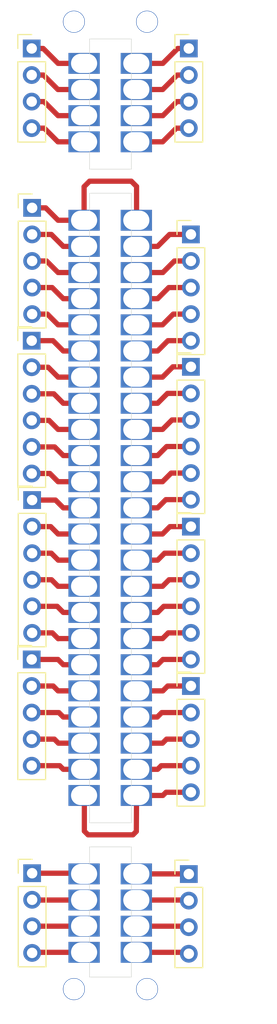
<source format=kicad_pcb>
(kicad_pcb (version 20171130) (host pcbnew 5.1.9)

  (general
    (thickness 1.6)
    (drawings 21)
    (tracks 179)
    (zones 0)
    (modules 13)
    (nets 61)
  )

  (page A4)
  (layers
    (0 F.Cu signal)
    (31 B.Cu signal)
    (32 B.Adhes user hide)
    (33 F.Adhes user hide)
    (34 B.Paste user hide)
    (35 F.Paste user hide)
    (36 B.SilkS user hide)
    (37 F.SilkS user hide)
    (38 B.Mask user hide)
    (39 F.Mask user hide)
    (40 Dwgs.User user hide)
    (41 Cmts.User user)
    (42 Eco1.User user hide)
    (43 Eco2.User user hide)
    (44 Edge.Cuts user)
    (45 Margin user)
    (46 B.CrtYd user hide)
    (47 F.CrtYd user hide)
    (48 B.Fab user hide)
    (49 F.Fab user hide)
  )

  (setup
    (last_trace_width 0.25)
    (trace_clearance 0.2)
    (zone_clearance 0.508)
    (zone_45_only no)
    (trace_min 0.2)
    (via_size 0.8)
    (via_drill 0.4)
    (via_min_size 0.4)
    (via_min_drill 0.3)
    (uvia_size 0.3)
    (uvia_drill 0.1)
    (uvias_allowed no)
    (uvia_min_size 0.2)
    (uvia_min_drill 0.1)
    (edge_width 0.05)
    (segment_width 0.2)
    (pcb_text_width 0.3)
    (pcb_text_size 1.5 1.5)
    (mod_edge_width 0.12)
    (mod_text_size 1 1)
    (mod_text_width 0.15)
    (pad_size 3 2)
    (pad_drill 2.5)
    (pad_to_mask_clearance 0)
    (aux_axis_origin 0 0)
    (grid_origin 135.5 136)
    (visible_elements FFFFFF7F)
    (pcbplotparams
      (layerselection 0x03030_ffffffff)
      (usegerberextensions false)
      (usegerberattributes true)
      (usegerberadvancedattributes true)
      (creategerberjobfile true)
      (excludeedgelayer true)
      (linewidth 0.100000)
      (plotframeref false)
      (viasonmask false)
      (mode 1)
      (useauxorigin false)
      (hpglpennumber 1)
      (hpglpenspeed 20)
      (hpglpendiameter 15.000000)
      (psnegative false)
      (psa4output false)
      (plotreference true)
      (plotvalue true)
      (plotinvisibletext false)
      (padsonsilk false)
      (subtractmaskfromsilk false)
      (outputformat 1)
      (mirror false)
      (drillshape 0)
      (scaleselection 1)
      (outputdirectory "gerbers"))
  )

  (net 0 "")
  (net 1 /#PARD)
  (net 2 /PA6)
  (net 3 /EXPAND)
  (net 4 /MCK)
  (net 5 /CA8)
  (net 6 /CA9)
  (net 7 /CA10)
  (net 8 /CA11)
  (net 9 /GND)
  (net 10 /CA2)
  (net 11 /CA3)
  (net 12 /CA4)
  (net 13 /CA5)
  (net 14 /CA6)
  (net 15 /CA7)
  (net 16 /D2)
  (net 17 /D1)
  (net 18 /D0)
  (net 19 /#IRQ)
  (net 20 /CA0)
  (net 21 /CA1)
  (net 22 /#RESET)
  (net 23 /CIC2)
  (net 24 /CIC0)
  (net 25 /#CPURD)
  (net 26 /D3)
  (net 27 /SOUND_L)
  (net 28 /PA4)
  (net 29 /PA2)
  (net 30 /PA0)
  (net 31 /CA12)
  (net 32 /CA13)
  (net 33 /CA14)
  (net 34 /CA15)
  (net 35 /CA16)
  (net 36 /CA17)
  (net 37 /CA18)
  (net 38 /CA19)
  (net 39 /CA20)
  (net 40 /CA21)
  (net 41 /CIC1)
  (net 42 /CIC3)
  (net 43 /SYSCK)
  (net 44 /+5V)
  (net 45 /D5)
  (net 46 /D6)
  (net 47 /D7)
  (net 48 /#CPUWR)
  (net 49 /CA22)
  (net 50 /CA23)
  (net 51 /#ROMSEL)
  (net 52 /D4)
  (net 53 /REFRESH)
  (net 54 /#RAMSEL)
  (net 55 /#PAWR)
  (net 56 /PA3)
  (net 57 /PA5)
  (net 58 /PA1)
  (net 59 /SOUND_R)
  (net 60 /PA7)

  (net_class Default "This is the default net class."
    (clearance 0.2)
    (trace_width 0.25)
    (via_dia 0.8)
    (via_drill 0.4)
    (uvia_dia 0.3)
    (uvia_drill 0.1)
    (add_net /#CPURD)
    (add_net /#CPUWR)
    (add_net /#IRQ)
    (add_net /#PARD)
    (add_net /#PAWR)
    (add_net /#RAMSEL)
    (add_net /#RESET)
    (add_net /#ROMSEL)
    (add_net /+5V)
    (add_net /CA0)
    (add_net /CA1)
    (add_net /CA10)
    (add_net /CA11)
    (add_net /CA12)
    (add_net /CA13)
    (add_net /CA14)
    (add_net /CA15)
    (add_net /CA16)
    (add_net /CA17)
    (add_net /CA18)
    (add_net /CA19)
    (add_net /CA2)
    (add_net /CA20)
    (add_net /CA21)
    (add_net /CA22)
    (add_net /CA23)
    (add_net /CA3)
    (add_net /CA4)
    (add_net /CA5)
    (add_net /CA6)
    (add_net /CA7)
    (add_net /CA8)
    (add_net /CA9)
    (add_net /CIC0)
    (add_net /CIC1)
    (add_net /CIC2)
    (add_net /CIC3)
    (add_net /D0)
    (add_net /D1)
    (add_net /D2)
    (add_net /D3)
    (add_net /D4)
    (add_net /D5)
    (add_net /D6)
    (add_net /D7)
    (add_net /EXPAND)
    (add_net /GND)
    (add_net /MCK)
    (add_net /PA0)
    (add_net /PA1)
    (add_net /PA2)
    (add_net /PA3)
    (add_net /PA4)
    (add_net /PA5)
    (add_net /PA6)
    (add_net /PA7)
    (add_net /REFRESH)
    (add_net /SOUND_L)
    (add_net /SOUND_R)
    (add_net /SYSCK)
  )

  (module Connector_PinHeader_2.54mm:PinHeader_1x04_P2.54mm_Vertical (layer F.Cu) (tedit 59FED5CC) (tstamp 5FF4B776)
    (at 148 44.56)
    (descr "Through hole straight pin header, 1x04, 2.54mm pitch, single row")
    (tags "Through hole pin header THT 1x04 2.54mm single row")
    (path /5FF39F36)
    (fp_text reference J8 (at 3 0.12) (layer F.SilkS) hide
      (effects (font (size 1 1) (thickness 0.15)))
    )
    (fp_text value Conn_01x04_Male (at 0 9.95) (layer F.Fab) hide
      (effects (font (size 1 1) (thickness 0.15)))
    )
    (fp_line (start -0.635 -1.27) (end 1.27 -1.27) (layer F.Fab) (width 0.1))
    (fp_line (start 1.27 -1.27) (end 1.27 8.89) (layer F.Fab) (width 0.1))
    (fp_line (start 1.27 8.89) (end -1.27 8.89) (layer F.Fab) (width 0.1))
    (fp_line (start -1.27 8.89) (end -1.27 -0.635) (layer F.Fab) (width 0.1))
    (fp_line (start -1.27 -0.635) (end -0.635 -1.27) (layer F.Fab) (width 0.1))
    (fp_line (start -1.33 8.95) (end 1.33 8.95) (layer F.SilkS) (width 0.12))
    (fp_line (start -1.33 1.27) (end -1.33 8.95) (layer F.SilkS) (width 0.12))
    (fp_line (start 1.33 1.27) (end 1.33 8.95) (layer F.SilkS) (width 0.12))
    (fp_line (start -1.33 1.27) (end 1.33 1.27) (layer F.SilkS) (width 0.12))
    (fp_line (start -1.33 0) (end -1.33 -1.33) (layer F.SilkS) (width 0.12))
    (fp_line (start -1.33 -1.33) (end 0 -1.33) (layer F.SilkS) (width 0.12))
    (fp_line (start -1.8 -1.8) (end -1.8 9.4) (layer F.CrtYd) (width 0.05))
    (fp_line (start -1.8 9.4) (end 1.8 9.4) (layer F.CrtYd) (width 0.05))
    (fp_line (start 1.8 9.4) (end 1.8 -1.8) (layer F.CrtYd) (width 0.05))
    (fp_line (start 1.8 -1.8) (end -1.8 -1.8) (layer F.CrtYd) (width 0.05))
    (fp_text user %R (at 0 3.81 90) (layer F.Fab) hide
      (effects (font (size 1 1) (thickness 0.15)))
    )
    (pad 4 thru_hole oval (at 0 7.62) (size 1.7 1.7) (drill 1) (layers *.Cu *.Mask)
      (net 55 /#PAWR))
    (pad 3 thru_hole oval (at 0 5.08) (size 1.7 1.7) (drill 1) (layers *.Cu *.Mask)
      (net 60 /PA7))
    (pad 2 thru_hole oval (at 0 2.54) (size 1.7 1.7) (drill 1) (layers *.Cu *.Mask)
      (net 53 /REFRESH))
    (pad 1 thru_hole rect (at 0 0) (size 1.7 1.7) (drill 1) (layers *.Cu *.Mask)
      (net 54 /#RAMSEL))
    (model ${KISYS3DMOD}/Connector_PinHeader_2.54mm.3dshapes/PinHeader_1x04_P2.54mm_Vertical.wrl
      (at (xyz 0 0 0))
      (scale (xyz 1 1 1))
      (rotate (xyz 0 0 0))
    )
  )

  (module Connector_PinHeader_2.54mm:PinHeader_1x04_P2.54mm_Vertical (layer F.Cu) (tedit 59FED5CC) (tstamp 5FF4BE22)
    (at 148 123.5)
    (descr "Through hole straight pin header, 1x04, 2.54mm pitch, single row")
    (tags "Through hole pin header THT 1x04 2.54mm single row")
    (path /5FF3A9C1)
    (fp_text reference J13 (at 3.5 0) (layer F.SilkS) hide
      (effects (font (size 1 1) (thickness 0.15)))
    )
    (fp_text value Conn_01x04_Male (at 0 9.95) (layer F.Fab) hide
      (effects (font (size 1 1) (thickness 0.15)))
    )
    (fp_line (start -0.635 -1.27) (end 1.27 -1.27) (layer F.Fab) (width 0.1))
    (fp_line (start 1.27 -1.27) (end 1.27 8.89) (layer F.Fab) (width 0.1))
    (fp_line (start 1.27 8.89) (end -1.27 8.89) (layer F.Fab) (width 0.1))
    (fp_line (start -1.27 8.89) (end -1.27 -0.635) (layer F.Fab) (width 0.1))
    (fp_line (start -1.27 -0.635) (end -0.635 -1.27) (layer F.Fab) (width 0.1))
    (fp_line (start -1.33 8.95) (end 1.33 8.95) (layer F.SilkS) (width 0.12))
    (fp_line (start -1.33 1.27) (end -1.33 8.95) (layer F.SilkS) (width 0.12))
    (fp_line (start 1.33 1.27) (end 1.33 8.95) (layer F.SilkS) (width 0.12))
    (fp_line (start -1.33 1.27) (end 1.33 1.27) (layer F.SilkS) (width 0.12))
    (fp_line (start -1.33 0) (end -1.33 -1.33) (layer F.SilkS) (width 0.12))
    (fp_line (start -1.33 -1.33) (end 0 -1.33) (layer F.SilkS) (width 0.12))
    (fp_line (start -1.8 -1.8) (end -1.8 9.4) (layer F.CrtYd) (width 0.05))
    (fp_line (start -1.8 9.4) (end 1.8 9.4) (layer F.CrtYd) (width 0.05))
    (fp_line (start 1.8 9.4) (end 1.8 -1.8) (layer F.CrtYd) (width 0.05))
    (fp_line (start 1.8 -1.8) (end -1.8 -1.8) (layer F.CrtYd) (width 0.05))
    (fp_text user %R (at 0 3.81 90) (layer F.Fab) hide
      (effects (font (size 1 1) (thickness 0.15)))
    )
    (pad 4 thru_hole oval (at 0 7.62) (size 1.7 1.7) (drill 1) (layers *.Cu *.Mask)
      (net 59 /SOUND_R))
    (pad 3 thru_hole oval (at 0 5.08) (size 1.7 1.7) (drill 1) (layers *.Cu *.Mask)
      (net 57 /PA5))
    (pad 2 thru_hole oval (at 0 2.54) (size 1.7 1.7) (drill 1) (layers *.Cu *.Mask)
      (net 56 /PA3))
    (pad 1 thru_hole rect (at 0 0) (size 1.7 1.7) (drill 1) (layers *.Cu *.Mask)
      (net 58 /PA1))
    (model ${KISYS3DMOD}/Connector_PinHeader_2.54mm.3dshapes/PinHeader_1x04_P2.54mm_Vertical.wrl
      (at (xyz 0 0 0))
      (scale (xyz 1 1 1))
      (rotate (xyz 0 0 0))
    )
  )

  (module Connector_PinHeader_2.54mm:PinHeader_1x05_P2.54mm_Vertical (layer F.Cu) (tedit 59FED5CC) (tstamp 5FF4FB7F)
    (at 148.2 105.52)
    (descr "Through hole straight pin header, 1x05, 2.54mm pitch, single row")
    (tags "Through hole pin header THT 1x05 2.54mm single row")
    (path /5FF43569)
    (fp_text reference J12 (at 3.5 0) (layer F.SilkS) hide
      (effects (font (size 1 1) (thickness 0.15)))
    )
    (fp_text value Conn_01x05_Male (at 0 12.49) (layer F.Fab) hide
      (effects (font (size 1 1) (thickness 0.15)))
    )
    (fp_line (start -0.635 -1.27) (end 1.27 -1.27) (layer F.Fab) (width 0.1))
    (fp_line (start 1.27 -1.27) (end 1.27 11.43) (layer F.Fab) (width 0.1))
    (fp_line (start 1.27 11.43) (end -1.27 11.43) (layer F.Fab) (width 0.1))
    (fp_line (start -1.27 11.43) (end -1.27 -0.635) (layer F.Fab) (width 0.1))
    (fp_line (start -1.27 -0.635) (end -0.635 -1.27) (layer F.Fab) (width 0.1))
    (fp_line (start -1.33 11.49) (end 1.33 11.49) (layer F.SilkS) (width 0.12))
    (fp_line (start -1.33 1.27) (end -1.33 11.49) (layer F.SilkS) (width 0.12))
    (fp_line (start 1.33 1.27) (end 1.33 11.49) (layer F.SilkS) (width 0.12))
    (fp_line (start -1.33 1.27) (end 1.33 1.27) (layer F.SilkS) (width 0.12))
    (fp_line (start -1.33 0) (end -1.33 -1.33) (layer F.SilkS) (width 0.12))
    (fp_line (start -1.33 -1.33) (end 0 -1.33) (layer F.SilkS) (width 0.12))
    (fp_line (start -1.8 -1.8) (end -1.8 11.95) (layer F.CrtYd) (width 0.05))
    (fp_line (start -1.8 11.95) (end 1.8 11.95) (layer F.CrtYd) (width 0.05))
    (fp_line (start 1.8 11.95) (end 1.8 -1.8) (layer F.CrtYd) (width 0.05))
    (fp_line (start 1.8 -1.8) (end -1.8 -1.8) (layer F.CrtYd) (width 0.05))
    (fp_text user %R (at 0 5.08 90) (layer F.Fab) hide
      (effects (font (size 1 1) (thickness 0.15)))
    )
    (pad 5 thru_hole oval (at 0 10.16) (size 1.7 1.7) (drill 1) (layers *.Cu *.Mask)
      (net 44 /+5V))
    (pad 4 thru_hole oval (at 0 7.62) (size 1.7 1.7) (drill 1) (layers *.Cu *.Mask)
      (net 43 /SYSCK))
    (pad 3 thru_hole oval (at 0 5.08) (size 1.7 1.7) (drill 1) (layers *.Cu *.Mask)
      (net 42 /CIC3))
    (pad 2 thru_hole oval (at 0 2.54) (size 1.7 1.7) (drill 1) (layers *.Cu *.Mask)
      (net 41 /CIC1))
    (pad 1 thru_hole rect (at 0 0) (size 1.7 1.7) (drill 1) (layers *.Cu *.Mask)
      (net 48 /#CPUWR))
    (model ${KISYS3DMOD}/Connector_PinHeader_2.54mm.3dshapes/PinHeader_1x05_P2.54mm_Vertical.wrl
      (at (xyz 0 0 0))
      (scale (xyz 1 1 1))
      (rotate (xyz 0 0 0))
    )
  )

  (module Connector_PinHeader_2.54mm:PinHeader_1x06_P2.54mm_Vertical (layer F.Cu) (tedit 59FED5CC) (tstamp 5FF4CE50)
    (at 148.2 90.28)
    (descr "Through hole straight pin header, 1x06, 2.54mm pitch, single row")
    (tags "Through hole pin header THT 1x06 2.54mm single row")
    (path /5FF4D9E7)
    (fp_text reference J11 (at 3.5 0) (layer F.SilkS) hide
      (effects (font (size 1 1) (thickness 0.15)))
    )
    (fp_text value Conn_01x06_Male (at 0 15.03) (layer F.Fab) hide
      (effects (font (size 1 1) (thickness 0.15)))
    )
    (fp_line (start -0.635 -1.27) (end 1.27 -1.27) (layer F.Fab) (width 0.1))
    (fp_line (start 1.27 -1.27) (end 1.27 13.97) (layer F.Fab) (width 0.1))
    (fp_line (start 1.27 13.97) (end -1.27 13.97) (layer F.Fab) (width 0.1))
    (fp_line (start -1.27 13.97) (end -1.27 -0.635) (layer F.Fab) (width 0.1))
    (fp_line (start -1.27 -0.635) (end -0.635 -1.27) (layer F.Fab) (width 0.1))
    (fp_line (start -1.33 14.03) (end 1.33 14.03) (layer F.SilkS) (width 0.12))
    (fp_line (start -1.33 1.27) (end -1.33 14.03) (layer F.SilkS) (width 0.12))
    (fp_line (start 1.33 1.27) (end 1.33 14.03) (layer F.SilkS) (width 0.12))
    (fp_line (start -1.33 1.27) (end 1.33 1.27) (layer F.SilkS) (width 0.12))
    (fp_line (start -1.33 0) (end -1.33 -1.33) (layer F.SilkS) (width 0.12))
    (fp_line (start -1.33 -1.33) (end 0 -1.33) (layer F.SilkS) (width 0.12))
    (fp_line (start -1.8 -1.8) (end -1.8 14.5) (layer F.CrtYd) (width 0.05))
    (fp_line (start -1.8 14.5) (end 1.8 14.5) (layer F.CrtYd) (width 0.05))
    (fp_line (start 1.8 14.5) (end 1.8 -1.8) (layer F.CrtYd) (width 0.05))
    (fp_line (start 1.8 -1.8) (end -1.8 -1.8) (layer F.CrtYd) (width 0.05))
    (fp_text user %R (at 0 6.35 90) (layer F.Fab) hide
      (effects (font (size 1 1) (thickness 0.15)))
    )
    (pad 6 thru_hole oval (at 0 12.7) (size 1.7 1.7) (drill 1) (layers *.Cu *.Mask)
      (net 47 /D7))
    (pad 5 thru_hole oval (at 0 10.16) (size 1.7 1.7) (drill 1) (layers *.Cu *.Mask)
      (net 46 /D6))
    (pad 4 thru_hole oval (at 0 7.62) (size 1.7 1.7) (drill 1) (layers *.Cu *.Mask)
      (net 45 /D5))
    (pad 3 thru_hole oval (at 0 5.08) (size 1.7 1.7) (drill 1) (layers *.Cu *.Mask)
      (net 52 /D4))
    (pad 2 thru_hole oval (at 0 2.54) (size 1.7 1.7) (drill 1) (layers *.Cu *.Mask)
      (net 51 /#ROMSEL))
    (pad 1 thru_hole rect (at 0 0) (size 1.7 1.7) (drill 1) (layers *.Cu *.Mask)
      (net 50 /CA23))
    (model ${KISYS3DMOD}/Connector_PinHeader_2.54mm.3dshapes/PinHeader_1x06_P2.54mm_Vertical.wrl
      (at (xyz 0 0 0))
      (scale (xyz 1 1 1))
      (rotate (xyz 0 0 0))
    )
  )

  (module Connector_PinHeader_2.54mm:PinHeader_1x06_P2.54mm_Vertical (layer F.Cu) (tedit 59FED5CC) (tstamp 5FF4B7A9)
    (at 148.2 75)
    (descr "Through hole straight pin header, 1x06, 2.54mm pitch, single row")
    (tags "Through hole pin header THT 1x06 2.54mm single row")
    (path /5FF4C259)
    (fp_text reference J10 (at 3.5 0.2) (layer F.SilkS) hide
      (effects (font (size 1 1) (thickness 0.15)))
    )
    (fp_text value Conn_01x06_Male (at 9.5 10) (layer F.Fab) hide
      (effects (font (size 1 1) (thickness 0.15)))
    )
    (fp_line (start -0.635 -1.27) (end 1.27 -1.27) (layer F.Fab) (width 0.1))
    (fp_line (start 1.27 -1.27) (end 1.27 13.97) (layer F.Fab) (width 0.1))
    (fp_line (start 1.27 13.97) (end -1.27 13.97) (layer F.Fab) (width 0.1))
    (fp_line (start -1.27 13.97) (end -1.27 -0.635) (layer F.Fab) (width 0.1))
    (fp_line (start -1.27 -0.635) (end -0.635 -1.27) (layer F.Fab) (width 0.1))
    (fp_line (start -1.33 14.03) (end 1.33 14.03) (layer F.SilkS) (width 0.12))
    (fp_line (start -1.33 1.27) (end -1.33 14.03) (layer F.SilkS) (width 0.12))
    (fp_line (start 1.33 1.27) (end 1.33 14.03) (layer F.SilkS) (width 0.12))
    (fp_line (start -1.33 1.27) (end 1.33 1.27) (layer F.SilkS) (width 0.12))
    (fp_line (start -1.33 0) (end -1.33 -1.33) (layer F.SilkS) (width 0.12))
    (fp_line (start -1.33 -1.33) (end 0 -1.33) (layer F.SilkS) (width 0.12))
    (fp_line (start -1.8 -1.8) (end -1.8 14.5) (layer F.CrtYd) (width 0.05))
    (fp_line (start -1.8 14.5) (end 1.8 14.5) (layer F.CrtYd) (width 0.05))
    (fp_line (start 1.8 14.5) (end 1.8 -1.8) (layer F.CrtYd) (width 0.05))
    (fp_line (start 1.8 -1.8) (end -1.8 -1.8) (layer F.CrtYd) (width 0.05))
    (fp_text user %R (at 4 8 90) (layer F.Fab) hide
      (effects (font (size 1 1) (thickness 0.15)))
    )
    (pad 6 thru_hole oval (at 0 12.7) (size 1.7 1.7) (drill 1) (layers *.Cu *.Mask)
      (net 49 /CA22))
    (pad 5 thru_hole oval (at 0 10.16) (size 1.7 1.7) (drill 1) (layers *.Cu *.Mask)
      (net 40 /CA21))
    (pad 4 thru_hole oval (at 0 7.62) (size 1.7 1.7) (drill 1) (layers *.Cu *.Mask)
      (net 39 /CA20))
    (pad 3 thru_hole oval (at 0 5.08) (size 1.7 1.7) (drill 1) (layers *.Cu *.Mask)
      (net 38 /CA19))
    (pad 2 thru_hole oval (at 0 2.54) (size 1.7 1.7) (drill 1) (layers *.Cu *.Mask)
      (net 37 /CA18))
    (pad 1 thru_hole rect (at 0 0) (size 1.7 1.7) (drill 1) (layers *.Cu *.Mask)
      (net 36 /CA17))
    (model ${KISYS3DMOD}/Connector_PinHeader_2.54mm.3dshapes/PinHeader_1x06_P2.54mm_Vertical.wrl
      (at (xyz 0 0 0))
      (scale (xyz 1 1 1))
      (rotate (xyz 0 0 0))
    )
  )

  (module Connector_PinHeader_2.54mm:PinHeader_1x05_P2.54mm_Vertical (layer F.Cu) (tedit 59FED5CC) (tstamp 5FF4B78F)
    (at 148.2 62.34)
    (descr "Through hole straight pin header, 1x05, 2.54mm pitch, single row")
    (tags "Through hole pin header THT 1x05 2.54mm single row")
    (path /5FF42C25)
    (fp_text reference J9 (at 3 0) (layer F.SilkS) hide
      (effects (font (size 1 1) (thickness 0.15)))
    )
    (fp_text value Conn_01x05_Male (at 0 12.49) (layer F.Fab) hide
      (effects (font (size 1 1) (thickness 0.15)))
    )
    (fp_line (start -0.635 -1.27) (end 1.27 -1.27) (layer F.Fab) (width 0.1))
    (fp_line (start 1.27 -1.27) (end 1.27 11.43) (layer F.Fab) (width 0.1))
    (fp_line (start 1.27 11.43) (end -1.27 11.43) (layer F.Fab) (width 0.1))
    (fp_line (start -1.27 11.43) (end -1.27 -0.635) (layer F.Fab) (width 0.1))
    (fp_line (start -1.27 -0.635) (end -0.635 -1.27) (layer F.Fab) (width 0.1))
    (fp_line (start -1.33 11.49) (end 1.33 11.49) (layer F.SilkS) (width 0.12))
    (fp_line (start -1.33 1.27) (end -1.33 11.49) (layer F.SilkS) (width 0.12))
    (fp_line (start 1.33 1.27) (end 1.33 11.49) (layer F.SilkS) (width 0.12))
    (fp_line (start -1.33 1.27) (end 1.33 1.27) (layer F.SilkS) (width 0.12))
    (fp_line (start -1.33 0) (end -1.33 -1.33) (layer F.SilkS) (width 0.12))
    (fp_line (start -1.33 -1.33) (end 0 -1.33) (layer F.SilkS) (width 0.12))
    (fp_line (start -1.8 -1.8) (end -1.8 11.95) (layer F.CrtYd) (width 0.05))
    (fp_line (start -1.8 11.95) (end 1.8 11.95) (layer F.CrtYd) (width 0.05))
    (fp_line (start 1.8 11.95) (end 1.8 -1.8) (layer F.CrtYd) (width 0.05))
    (fp_line (start 1.8 -1.8) (end -1.8 -1.8) (layer F.CrtYd) (width 0.05))
    (fp_text user %R (at 0 5.08 90) (layer F.Fab) hide
      (effects (font (size 1 1) (thickness 0.15)))
    )
    (pad 5 thru_hole oval (at 0 10.16) (size 1.7 1.7) (drill 1) (layers *.Cu *.Mask)
      (net 35 /CA16))
    (pad 4 thru_hole oval (at 0 7.62) (size 1.7 1.7) (drill 1) (layers *.Cu *.Mask)
      (net 34 /CA15))
    (pad 3 thru_hole oval (at 0 5.08) (size 1.7 1.7) (drill 1) (layers *.Cu *.Mask)
      (net 33 /CA14))
    (pad 2 thru_hole oval (at 0 2.54) (size 1.7 1.7) (drill 1) (layers *.Cu *.Mask)
      (net 32 /CA13))
    (pad 1 thru_hole rect (at 0 0) (size 1.7 1.7) (drill 1) (layers *.Cu *.Mask)
      (net 31 /CA12))
    (model ${KISYS3DMOD}/Connector_PinHeader_2.54mm.3dshapes/PinHeader_1x05_P2.54mm_Vertical.wrl
      (at (xyz 0 0 0))
      (scale (xyz 1 1 1))
      (rotate (xyz 0 0 0))
    )
  )

  (module SNES-Cart-Holder:SNES_Cart_Holder_Pogo (layer F.Cu) (tedit 5FF40813) (tstamp 5FF50C72)
    (at 140.474999 88.485)
    (path /6011756E)
    (fp_text reference J7 (at 0 -47.485) (layer F.SilkS) hide
      (effects (font (size 1 1) (thickness 0.15)))
    )
    (fp_text value Conn_02x31_Top_Bottom (at 0 -45.835) (layer F.Fab) hide
      (effects (font (size 1 1) (thickness 0.15)))
    )
    (fp_line (start -2.5974 45.6849) (end -2.5974 47.3105) (layer Dwgs.User) (width 0.0254))
    (fp_line (start -1.8862 47.3105) (end -1.8862 45.6849) (layer Dwgs.User) (width 0.0254))
    (fp_line (start -1.7338 45.7484) (end -1.7338 47.247) (layer Dwgs.User) (width 0.0254))
    (fp_line (start -2 -44.75) (end -2 -32.5) (layer Dwgs.User) (width 0.12))
    (fp_line (start -2 -32.5) (end 2 -32.5) (layer Dwgs.User) (width 0.12))
    (fp_line (start 2 -32.5) (end 2 -44.75) (layer Dwgs.User) (width 0.12))
    (fp_line (start 2 -44.75) (end -2 -44.75) (layer Dwgs.User) (width 0.12))
    (fp_line (start -2 -30) (end -2 30) (layer Dwgs.User) (width 0.12))
    (fp_line (start -2 30) (end 2 30) (layer Dwgs.User) (width 0.12))
    (fp_line (start 2 30) (end 2 -30) (layer Dwgs.User) (width 0.12))
    (fp_line (start 2 -30) (end -2 -30) (layer Dwgs.User) (width 0.12))
    (fp_line (start -2 32.5) (end -2 44.75) (layer Dwgs.User) (width 0.12))
    (fp_line (start -2 44.75) (end 2 44.75) (layer Dwgs.User) (width 0.12))
    (fp_line (start 2 44.75) (end 2 32.5) (layer Dwgs.User) (width 0.12))
    (fp_line (start -2 32.5) (end 2 32.5) (layer Dwgs.User) (width 0.12))
    (fp_line (start -3.0038 47.4121) (end -2.5974 47.4121) (layer Dwgs.User) (width 0.0254))
    (fp_line (start -2.5974 47.4121) (end -2.5974 47.3105) (layer Dwgs.User) (width 0.0254))
    (fp_line (start -2.5974 47.3105) (end -1.8862 47.3105) (layer Dwgs.User) (width 0.0254))
    (fp_line (start -1.8862 47.3613) (end -1.7338 47.247) (layer Dwgs.User) (width 0.0254))
    (fp_line (start -1.7338 47.247) (end -1.0734 47.247) (layer Dwgs.User) (width 0.0254))
    (fp_line (start -1.0734 45.9643) (end -1.0734 45.7484) (layer Dwgs.User) (width 0.0254))
    (fp_line (start -1.0734 45.7484) (end -1.7338 45.7484) (layer Dwgs.User) (width 0.0254))
    (fp_line (start -3.0038 47.4121) (end -3.0038 45.5833) (layer Dwgs.User) (width 0.0254))
    (fp_line (start -3.0038 45.5833) (end -2.5974 45.5833) (layer Dwgs.User) (width 0.0254))
    (fp_line (start -2.5974 45.5833) (end -2.5974 45.6849) (layer Dwgs.User) (width 0.0254))
    (fp_line (start -2.5974 45.6849) (end -1.8862 45.6849) (layer Dwgs.User) (width 0.0254))
    (fp_line (start -1.8862 45.6341) (end -1.7338 45.7484) (layer Dwgs.User) (width 0.0254))
    (fp_line (start -1.0734 45.9643) (end -0.9972 45.9643) (layer Dwgs.User) (width 0.0254))
    (fp_line (start -1.0734 45.9643) (end -1.0734 47.0311) (layer Dwgs.User) (width 0.0254))
    (fp_line (start -1.0734 47.0311) (end -0.9972 47.0311) (layer Dwgs.User) (width 0.0254))
    (fp_line (start -1.0734 47.0311) (end -1.0734 47.247) (layer Dwgs.User) (width 0.0254))
    (fp_line (start -1.8862 45.6341) (end -1.8862 45.6849) (layer Dwgs.User) (width 0.0254))
    (fp_line (start -1.8862 47.3105) (end -1.8862 47.3613) (layer Dwgs.User) (width 0.0254))
    (fp_arc (start -0.9972 46.4977) (end -0.9972 47.0311) (angle -180) (layer Dwgs.User) (width 0.0254))
    (pad 36 thru_hole rect (at 2.5 -27.5) (size 3 2) (drill oval 2.5 1.8288) (layers *.Cu *.Mask)
      (net 9 /GND))
    (pad 37 thru_hole rect (at 2.5 -25) (size 3 2) (drill oval 2.5 1.8288) (layers *.Cu *.Mask)
      (net 31 /CA12))
    (pad 38 thru_hole rect (at 2.5 -22.5) (size 3 2) (drill oval 2.5 1.8288) (layers *.Cu *.Mask)
      (net 32 /CA13))
    (pad 6 thru_hole rect (at -2.5 -25) (size 3 2) (drill oval 2.5 1.8288) (layers *.Cu *.Mask)
      (net 8 /CA11))
    (pad 5 thru_hole rect (at -2.5 -27.5) (size 3 2) (drill oval 2.5 1.8288) (layers *.Cu *.Mask)
      (net 9 /GND))
    (pad 7 thru_hole rect (at -2.5 -22.5) (size 3 2) (drill oval 2.5 1.8288) (layers *.Cu *.Mask)
      (net 7 /CA10))
    (pad 39 thru_hole rect (at 2.5 -20) (size 3 2) (drill oval 2.5 1.8288) (layers *.Cu *.Mask)
      (net 33 /CA14))
    (pad 40 thru_hole rect (at 2.5 -17.5) (size 3 2) (drill oval 2.5 1.8288) (layers *.Cu *.Mask)
      (net 34 /CA15))
    (pad 41 thru_hole rect (at 2.5 -15) (size 3 2) (drill oval 2.5 1.8288) (layers *.Cu *.Mask)
      (net 35 /CA16))
    (pad 42 thru_hole rect (at 2.5 -12.5) (size 3 2) (drill oval 2.5 1.8288) (layers *.Cu *.Mask)
      (net 36 /CA17))
    (pad 10 thru_hole rect (at -2.5 -15) (size 3 2) (drill oval 2.5 1.8288) (layers *.Cu *.Mask)
      (net 15 /CA7))
    (pad 9 thru_hole rect (at -2.5 -17.5) (size 3 2) (drill oval 2.5 1.8288) (layers *.Cu *.Mask)
      (net 5 /CA8))
    (pad 11 thru_hole rect (at -2.5 -12.5) (size 3 2) (drill oval 2.5 1.8288) (layers *.Cu *.Mask)
      (net 14 /CA6))
    (pad 8 thru_hole rect (at -2.5 -20) (size 3 2) (drill oval 2.5 1.8288) (layers *.Cu *.Mask)
      (net 6 /CA9))
    (pad 43 thru_hole rect (at 2.5 -10) (size 3 2) (drill oval 2.5 1.8288) (layers *.Cu *.Mask)
      (net 37 /CA18))
    (pad 44 thru_hole rect (at 2.5 -7.5) (size 3 2) (drill oval 2.5 1.8288) (layers *.Cu *.Mask)
      (net 38 /CA19))
    (pad 45 thru_hole rect (at 2.5 -5) (size 3 2) (drill oval 2.5 1.8288) (layers *.Cu *.Mask)
      (net 39 /CA20))
    (pad 46 thru_hole rect (at 2.5 -2.5) (size 3 2) (drill oval 2.5 1.8288) (layers *.Cu *.Mask)
      (net 40 /CA21))
    (pad 14 thru_hole rect (at -2.5 -5) (size 3 2) (drill oval 2.5 1.8288) (layers *.Cu *.Mask)
      (net 11 /CA3))
    (pad 13 thru_hole rect (at -2.5 -7.5) (size 3 2) (drill oval 2.5 1.8288) (layers *.Cu *.Mask)
      (net 12 /CA4))
    (pad 15 thru_hole rect (at -2.5 -2.5) (size 3 2) (drill oval 2.5 1.8288) (layers *.Cu *.Mask)
      (net 10 /CA2))
    (pad 12 thru_hole rect (at -2.5 -10) (size 3 2) (drill oval 2.5 1.8288) (layers *.Cu *.Mask)
      (net 13 /CA5))
    (pad 55 thru_hole rect (at 2.5 20) (size 3 2) (drill oval 2.5 1.8288) (layers *.Cu *.Mask)
      (net 41 /CIC1))
    (pad 56 thru_hole rect (at 2.5 22.5) (size 3 2) (drill oval 2.5 1.8288) (layers *.Cu *.Mask)
      (net 42 /CIC3))
    (pad 57 thru_hole rect (at 2.5 25) (size 3 2) (drill oval 2.5 1.8288) (layers *.Cu *.Mask)
      (net 43 /SYSCK))
    (pad 58 thru_hole rect (at 2.5 27.5) (size 3 2) (drill oval 2.5 1.8288) (layers *.Cu *.Mask)
      (net 44 /+5V))
    (pad 26 thru_hole rect (at -2.5 25) (size 3 2) (drill oval 2.5 1.8288) (layers *.Cu *.Mask)
      (net 22 /#RESET))
    (pad 25 thru_hole rect (at -2.5 22.5) (size 3 2) (drill oval 2.5 1.8288) (layers *.Cu *.Mask)
      (net 23 /CIC2))
    (pad 27 thru_hole rect (at -2.5 27.5) (size 3 2) (drill oval 2.5 1.8288) (layers *.Cu *.Mask)
      (net 44 /+5V))
    (pad 24 thru_hole rect (at -2.5 20) (size 3 2) (drill oval 2.5 1.8288) (layers *.Cu *.Mask)
      (net 24 /CIC0))
    (pad 51 thru_hole rect (at 2.5 10) (size 3 2) (drill oval 2.5 1.8288) (layers *.Cu *.Mask)
      (net 45 /D5))
    (pad 52 thru_hole rect (at 2.5 12.5) (size 3 2) (drill oval 2.5 1.8288) (layers *.Cu *.Mask)
      (net 46 /D6))
    (pad 53 thru_hole rect (at 2.5 15) (size 3 2) (drill oval 2.5 1.8288) (layers *.Cu *.Mask)
      (net 47 /D7))
    (pad 54 thru_hole rect (at 2.5 17.5) (size 3 2) (drill oval 2.5 1.8288) (layers *.Cu *.Mask)
      (net 48 /#CPUWR))
    (pad 22 thru_hole rect (at -2.5 15) (size 3 2) (drill oval 2.5 1.8288) (layers *.Cu *.Mask)
      (net 26 /D3))
    (pad 21 thru_hole rect (at -2.5 12.5) (size 3 2) (drill oval 2.5 1.8288) (layers *.Cu *.Mask)
      (net 16 /D2))
    (pad 23 thru_hole rect (at -2.5 17.5) (size 3 2) (drill oval 2.5 1.8288) (layers *.Cu *.Mask)
      (net 25 /#CPURD))
    (pad 20 thru_hole rect (at -2.5 10) (size 3 2) (drill oval 2.5 1.8288) (layers *.Cu *.Mask)
      (net 17 /D1))
    (pad 47 thru_hole rect (at 2.5 0) (size 3 2) (drill oval 2.5 1.8288) (layers *.Cu *.Mask)
      (net 49 /CA22))
    (pad 48 thru_hole rect (at 2.5 2.5) (size 3 2) (drill oval 2.5 1.8288) (layers *.Cu *.Mask)
      (net 50 /CA23))
    (pad 49 thru_hole rect (at 2.5 5) (size 3 2) (drill oval 2.5 1.8288) (layers *.Cu *.Mask)
      (net 51 /#ROMSEL))
    (pad 50 thru_hole rect (at 2.5 7.5) (size 3 2) (drill oval 2.5 1.8288) (layers *.Cu *.Mask)
      (net 52 /D4))
    (pad 18 thru_hole rect (at -2.5 5) (size 3 2) (drill oval 2.5 1.8288) (layers *.Cu *.Mask)
      (net 19 /#IRQ))
    (pad 17 thru_hole rect (at -2.5 2.5) (size 3 2) (drill oval 2.5 1.8288) (layers *.Cu *.Mask)
      (net 20 /CA0))
    (pad 19 thru_hole rect (at -2.5 7.5) (size 3 2) (drill oval 2.5 1.8288) (layers *.Cu *.Mask)
      (net 18 /D0))
    (pad 16 thru_hole rect (at -2.5 0) (size 3 2) (drill oval 2.5 1.8288) (layers *.Cu *.Mask)
      (net 21 /CA1))
    (pad 1 thru_hole rect (at -2.5 -42.5) (size 3 2) (drill oval 2.5 1.8288) (layers *.Cu *.Mask)
      (net 4 /MCK))
    (pad 2 thru_hole rect (at -2.5 -40) (size 3 2) (drill oval 2.5 1.8288) (layers *.Cu *.Mask)
      (net 3 /EXPAND))
    (pad 3 thru_hole rect (at -2.5 -37.5) (size 3 2) (drill oval 2.5 1.8288) (layers *.Cu *.Mask)
      (net 2 /PA6))
    (pad 4 thru_hole rect (at -2.5 -35) (size 3 2) (drill oval 2.5 1.8288) (layers *.Cu *.Mask)
      (net 1 /#PARD))
    (pad 33 thru_hole rect (at 2.5 -40) (size 3 2) (drill oval 2.5 1.8288) (layers *.Cu *.Mask)
      (net 53 /REFRESH))
    (pad 34 thru_hole rect (at 2.5 -37.5) (size 3 2) (drill oval 2.5 1.8288) (layers *.Cu *.Mask)
      (net 60 /PA7))
    (pad 32 thru_hole rect (at 2.5 -42.5) (size 3 2) (drill oval 2.5 1.8288) (layers *.Cu *.Mask)
      (net 54 /#RAMSEL))
    (pad 35 thru_hole rect (at 2.5 -35) (size 3 2) (drill oval 2.5 1.8288) (layers *.Cu *.Mask)
      (net 55 /#PAWR))
    (pad 29 thru_hole rect (at -2.5 37.5) (size 3 2) (drill oval 2.5 1.9) (layers *.Cu *.Mask)
      (net 29 /PA2))
    (pad 30 thru_hole rect (at -2.5 40) (size 3 2) (drill oval 2.5 1.9) (layers *.Cu *.Mask)
      (net 28 /PA4))
    (pad 28 thru_hole rect (at -2.5 35) (size 3 2) (drill oval 2.5 1.9) (layers *.Cu *.Mask)
      (net 30 /PA0))
    (pad 31 thru_hole rect (at -2.5 42.5) (size 3 2) (drill oval 2.5 1.9) (layers *.Cu *.Mask)
      (net 27 /SOUND_L))
    (pad 60 thru_hole rect (at 2.5 37.5) (size 3 2) (drill oval 2.5 1.9) (layers *.Cu *.Mask)
      (net 56 /PA3))
    (pad 61 thru_hole rect (at 2.5 40) (size 3 2) (drill oval 2.5 1.9) (layers *.Cu *.Mask)
      (net 57 /PA5))
    (pad 59 thru_hole rect (at 2.5 35) (size 3 2) (drill oval 2.5 1.9) (layers *.Cu *.Mask)
      (net 58 /PA1))
    (pad 62 thru_hole rect (at 2.5 42.5) (size 3 2) (drill oval 2.5 1.9) (layers *.Cu *.Mask)
      (net 59 /SOUND_R))
  )

  (module Connector_PinHeader_2.54mm:PinHeader_1x04_P2.54mm_Vertical (layer F.Cu) (tedit 59FED5CC) (tstamp 5FF4C29C)
    (at 133 123.42)
    (descr "Through hole straight pin header, 1x04, 2.54mm pitch, single row")
    (tags "Through hole pin header THT 1x04 2.54mm single row")
    (path /5FF3ACFC)
    (fp_text reference J6 (at -4.5 0.08) (layer F.SilkS) hide
      (effects (font (size 1 1) (thickness 0.15)))
    )
    (fp_text value Conn_01x04_Male (at 0 9.95) (layer F.Fab) hide
      (effects (font (size 1 1) (thickness 0.15)))
    )
    (fp_line (start -0.635 -1.27) (end 1.27 -1.27) (layer F.Fab) (width 0.1))
    (fp_line (start 1.27 -1.27) (end 1.27 8.89) (layer F.Fab) (width 0.1))
    (fp_line (start 1.27 8.89) (end -1.27 8.89) (layer F.Fab) (width 0.1))
    (fp_line (start -1.27 8.89) (end -1.27 -0.635) (layer F.Fab) (width 0.1))
    (fp_line (start -1.27 -0.635) (end -0.635 -1.27) (layer F.Fab) (width 0.1))
    (fp_line (start -1.33 8.95) (end 1.33 8.95) (layer F.SilkS) (width 0.12))
    (fp_line (start -1.33 1.27) (end -1.33 8.95) (layer F.SilkS) (width 0.12))
    (fp_line (start 1.33 1.27) (end 1.33 8.95) (layer F.SilkS) (width 0.12))
    (fp_line (start -1.33 1.27) (end 1.33 1.27) (layer F.SilkS) (width 0.12))
    (fp_line (start -1.33 0) (end -1.33 -1.33) (layer F.SilkS) (width 0.12))
    (fp_line (start -1.33 -1.33) (end 0 -1.33) (layer F.SilkS) (width 0.12))
    (fp_line (start -1.8 -1.8) (end -1.8 9.4) (layer F.CrtYd) (width 0.05))
    (fp_line (start -1.8 9.4) (end 1.8 9.4) (layer F.CrtYd) (width 0.05))
    (fp_line (start 1.8 9.4) (end 1.8 -1.8) (layer F.CrtYd) (width 0.05))
    (fp_line (start 1.8 -1.8) (end -1.8 -1.8) (layer F.CrtYd) (width 0.05))
    (fp_text user %R (at 0 3.81 90) (layer F.Fab) hide
      (effects (font (size 1 1) (thickness 0.15)))
    )
    (pad 4 thru_hole oval (at 0 7.62) (size 1.7 1.7) (drill 1) (layers *.Cu *.Mask)
      (net 27 /SOUND_L))
    (pad 3 thru_hole oval (at 0 5.08) (size 1.7 1.7) (drill 1) (layers *.Cu *.Mask)
      (net 28 /PA4))
    (pad 2 thru_hole oval (at 0 2.54) (size 1.7 1.7) (drill 1) (layers *.Cu *.Mask)
      (net 29 /PA2))
    (pad 1 thru_hole rect (at 0 0) (size 1.7 1.7) (drill 1) (layers *.Cu *.Mask)
      (net 30 /PA0))
    (model ${KISYS3DMOD}/Connector_PinHeader_2.54mm.3dshapes/PinHeader_1x04_P2.54mm_Vertical.wrl
      (at (xyz 0 0 0))
      (scale (xyz 1 1 1))
      (rotate (xyz 0 0 0))
    )
  )

  (module Connector_PinHeader_2.54mm:PinHeader_1x05_P2.54mm_Vertical (layer F.Cu) (tedit 59FED5CC) (tstamp 5FF4B6E2)
    (at 132.96 102.98)
    (descr "Through hole straight pin header, 1x05, 2.54mm pitch, single row")
    (tags "Through hole pin header THT 1x05 2.54mm single row")
    (path /5FF43CFD)
    (fp_text reference J5 (at -3 0.16) (layer F.SilkS) hide
      (effects (font (size 1 1) (thickness 0.15)))
    )
    (fp_text value Conn_01x05_Male (at 0 12.49) (layer F.Fab) hide
      (effects (font (size 1 1) (thickness 0.15)))
    )
    (fp_line (start -0.635 -1.27) (end 1.27 -1.27) (layer F.Fab) (width 0.1))
    (fp_line (start 1.27 -1.27) (end 1.27 11.43) (layer F.Fab) (width 0.1))
    (fp_line (start 1.27 11.43) (end -1.27 11.43) (layer F.Fab) (width 0.1))
    (fp_line (start -1.27 11.43) (end -1.27 -0.635) (layer F.Fab) (width 0.1))
    (fp_line (start -1.27 -0.635) (end -0.635 -1.27) (layer F.Fab) (width 0.1))
    (fp_line (start -1.33 11.49) (end 1.33 11.49) (layer F.SilkS) (width 0.12))
    (fp_line (start -1.33 1.27) (end -1.33 11.49) (layer F.SilkS) (width 0.12))
    (fp_line (start 1.33 1.27) (end 1.33 11.49) (layer F.SilkS) (width 0.12))
    (fp_line (start -1.33 1.27) (end 1.33 1.27) (layer F.SilkS) (width 0.12))
    (fp_line (start -1.33 0) (end -1.33 -1.33) (layer F.SilkS) (width 0.12))
    (fp_line (start -1.33 -1.33) (end 0 -1.33) (layer F.SilkS) (width 0.12))
    (fp_line (start -1.8 -1.8) (end -1.8 11.95) (layer F.CrtYd) (width 0.05))
    (fp_line (start -1.8 11.95) (end 1.8 11.95) (layer F.CrtYd) (width 0.05))
    (fp_line (start 1.8 11.95) (end 1.8 -1.8) (layer F.CrtYd) (width 0.05))
    (fp_line (start 1.8 -1.8) (end -1.8 -1.8) (layer F.CrtYd) (width 0.05))
    (fp_text user %R (at 0 5.08 90) (layer F.Fab) hide
      (effects (font (size 1 1) (thickness 0.15)))
    )
    (pad 5 thru_hole oval (at 0 10.16) (size 1.7 1.7) (drill 1) (layers *.Cu *.Mask)
      (net 22 /#RESET))
    (pad 4 thru_hole oval (at 0 7.62) (size 1.7 1.7) (drill 1) (layers *.Cu *.Mask)
      (net 23 /CIC2))
    (pad 3 thru_hole oval (at 0 5.08) (size 1.7 1.7) (drill 1) (layers *.Cu *.Mask)
      (net 24 /CIC0))
    (pad 2 thru_hole oval (at 0 2.54) (size 1.7 1.7) (drill 1) (layers *.Cu *.Mask)
      (net 25 /#CPURD))
    (pad 1 thru_hole rect (at 0 0) (size 1.7 1.7) (drill 1) (layers *.Cu *.Mask)
      (net 26 /D3))
    (model ${KISYS3DMOD}/Connector_PinHeader_2.54mm.3dshapes/PinHeader_1x05_P2.54mm_Vertical.wrl
      (at (xyz 0 0 0))
      (scale (xyz 1 1 1))
      (rotate (xyz 0 0 0))
    )
  )

  (module Connector_PinHeader_2.54mm:PinHeader_1x06_P2.54mm_Vertical (layer F.Cu) (tedit 59FED5CC) (tstamp 5FF4B6C9)
    (at 133 87.74)
    (descr "Through hole straight pin header, 1x06, 2.54mm pitch, single row")
    (tags "Through hole pin header THT 1x06 2.54mm single row")
    (path /5FF4E66F)
    (fp_text reference J4 (at -3 0) (layer F.SilkS) hide
      (effects (font (size 1 1) (thickness 0.15)))
    )
    (fp_text value Conn_01x06_Male (at 0 15.03) (layer F.Fab) hide
      (effects (font (size 1 1) (thickness 0.15)))
    )
    (fp_line (start -0.635 -1.27) (end 1.27 -1.27) (layer F.Fab) (width 0.1))
    (fp_line (start 1.27 -1.27) (end 1.27 13.97) (layer F.Fab) (width 0.1))
    (fp_line (start 1.27 13.97) (end -1.27 13.97) (layer F.Fab) (width 0.1))
    (fp_line (start -1.27 13.97) (end -1.27 -0.635) (layer F.Fab) (width 0.1))
    (fp_line (start -1.27 -0.635) (end -0.635 -1.27) (layer F.Fab) (width 0.1))
    (fp_line (start -1.33 14.03) (end 1.33 14.03) (layer F.SilkS) (width 0.12))
    (fp_line (start -1.33 1.27) (end -1.33 14.03) (layer F.SilkS) (width 0.12))
    (fp_line (start 1.33 1.27) (end 1.33 14.03) (layer F.SilkS) (width 0.12))
    (fp_line (start -1.33 1.27) (end 1.33 1.27) (layer F.SilkS) (width 0.12))
    (fp_line (start -1.33 0) (end -1.33 -1.33) (layer F.SilkS) (width 0.12))
    (fp_line (start -1.33 -1.33) (end 0 -1.33) (layer F.SilkS) (width 0.12))
    (fp_line (start -1.8 -1.8) (end -1.8 14.5) (layer F.CrtYd) (width 0.05))
    (fp_line (start -1.8 14.5) (end 1.8 14.5) (layer F.CrtYd) (width 0.05))
    (fp_line (start 1.8 14.5) (end 1.8 -1.8) (layer F.CrtYd) (width 0.05))
    (fp_line (start 1.8 -1.8) (end -1.8 -1.8) (layer F.CrtYd) (width 0.05))
    (fp_text user %R (at 0 6.35 90) (layer F.Fab) hide
      (effects (font (size 1 1) (thickness 0.15)))
    )
    (pad 6 thru_hole oval (at 0 12.7) (size 1.7 1.7) (drill 1) (layers *.Cu *.Mask)
      (net 16 /D2))
    (pad 5 thru_hole oval (at 0 10.16) (size 1.7 1.7) (drill 1) (layers *.Cu *.Mask)
      (net 17 /D1))
    (pad 4 thru_hole oval (at 0 7.62) (size 1.7 1.7) (drill 1) (layers *.Cu *.Mask)
      (net 18 /D0))
    (pad 3 thru_hole oval (at 0 5.08) (size 1.7 1.7) (drill 1) (layers *.Cu *.Mask)
      (net 19 /#IRQ))
    (pad 2 thru_hole oval (at 0 2.54) (size 1.7 1.7) (drill 1) (layers *.Cu *.Mask)
      (net 20 /CA0))
    (pad 1 thru_hole rect (at 0 0) (size 1.7 1.7) (drill 1) (layers *.Cu *.Mask)
      (net 21 /CA1))
    (model ${KISYS3DMOD}/Connector_PinHeader_2.54mm.3dshapes/PinHeader_1x06_P2.54mm_Vertical.wrl
      (at (xyz 0 0 0))
      (scale (xyz 1 1 1))
      (rotate (xyz 0 0 0))
    )
  )

  (module Connector_PinHeader_2.54mm:PinHeader_1x06_P2.54mm_Vertical (layer F.Cu) (tedit 59FED5CC) (tstamp 5FF4C020)
    (at 132.96 72.5)
    (descr "Through hole straight pin header, 1x06, 2.54mm pitch, single row")
    (tags "Through hole pin header THT 1x06 2.54mm single row")
    (path /5FF4CE47)
    (fp_text reference J3 (at -3 0.2) (layer F.SilkS) hide
      (effects (font (size 1 1) (thickness 0.15)))
    )
    (fp_text value Conn_01x06_Male (at 0 15.03) (layer F.Fab) hide
      (effects (font (size 1 1) (thickness 0.15)))
    )
    (fp_line (start -0.635 -1.27) (end 1.27 -1.27) (layer F.Fab) (width 0.1))
    (fp_line (start 1.27 -1.27) (end 1.27 13.97) (layer F.Fab) (width 0.1))
    (fp_line (start 1.27 13.97) (end -1.27 13.97) (layer F.Fab) (width 0.1))
    (fp_line (start -1.27 13.97) (end -1.27 -0.635) (layer F.Fab) (width 0.1))
    (fp_line (start -1.27 -0.635) (end -0.635 -1.27) (layer F.Fab) (width 0.1))
    (fp_line (start -1.33 14.03) (end 1.33 14.03) (layer F.SilkS) (width 0.12))
    (fp_line (start -1.33 1.27) (end -1.33 14.03) (layer F.SilkS) (width 0.12))
    (fp_line (start 1.33 1.27) (end 1.33 14.03) (layer F.SilkS) (width 0.12))
    (fp_line (start -1.33 1.27) (end 1.33 1.27) (layer F.SilkS) (width 0.12))
    (fp_line (start -1.33 0) (end -1.33 -1.33) (layer F.SilkS) (width 0.12))
    (fp_line (start -1.33 -1.33) (end 0 -1.33) (layer F.SilkS) (width 0.12))
    (fp_line (start -1.8 -1.8) (end -1.8 14.5) (layer F.CrtYd) (width 0.05))
    (fp_line (start -1.8 14.5) (end 1.8 14.5) (layer F.CrtYd) (width 0.05))
    (fp_line (start 1.8 14.5) (end 1.8 -1.8) (layer F.CrtYd) (width 0.05))
    (fp_line (start 1.8 -1.8) (end -1.8 -1.8) (layer F.CrtYd) (width 0.05))
    (fp_text user %R (at 0 6.35 90) (layer F.Fab) hide
      (effects (font (size 1 1) (thickness 0.15)))
    )
    (pad 6 thru_hole oval (at 0 12.7) (size 1.7 1.7) (drill 1) (layers *.Cu *.Mask)
      (net 10 /CA2))
    (pad 5 thru_hole oval (at 0 10.16) (size 1.7 1.7) (drill 1) (layers *.Cu *.Mask)
      (net 11 /CA3))
    (pad 4 thru_hole oval (at 0 7.62) (size 1.7 1.7) (drill 1) (layers *.Cu *.Mask)
      (net 12 /CA4))
    (pad 3 thru_hole oval (at 0 5.08) (size 1.7 1.7) (drill 1) (layers *.Cu *.Mask)
      (net 13 /CA5))
    (pad 2 thru_hole oval (at 0 2.54) (size 1.7 1.7) (drill 1) (layers *.Cu *.Mask)
      (net 14 /CA6))
    (pad 1 thru_hole rect (at 0 0) (size 1.7 1.7) (drill 1) (layers *.Cu *.Mask)
      (net 15 /CA7))
    (model ${KISYS3DMOD}/Connector_PinHeader_2.54mm.3dshapes/PinHeader_1x06_P2.54mm_Vertical.wrl
      (at (xyz 0 0 0))
      (scale (xyz 1 1 1))
      (rotate (xyz 0 0 0))
    )
  )

  (module Connector_PinHeader_2.54mm:PinHeader_1x05_P2.54mm_Vertical (layer F.Cu) (tedit 59FED5CC) (tstamp 5FF4B695)
    (at 133 59.8)
    (descr "Through hole straight pin header, 1x05, 2.54mm pitch, single row")
    (tags "Through hole pin header THT 1x05 2.54mm single row")
    (path /5FF445A6)
    (fp_text reference J2 (at -3 -0.34) (layer F.SilkS) hide
      (effects (font (size 1 1) (thickness 0.15)))
    )
    (fp_text value Conn_01x05_Male (at 0 12.49) (layer F.Fab) hide
      (effects (font (size 1 1) (thickness 0.15)))
    )
    (fp_line (start -0.635 -1.27) (end 1.27 -1.27) (layer F.Fab) (width 0.1))
    (fp_line (start 1.27 -1.27) (end 1.27 11.43) (layer F.Fab) (width 0.1))
    (fp_line (start 1.27 11.43) (end -1.27 11.43) (layer F.Fab) (width 0.1))
    (fp_line (start -1.27 11.43) (end -1.27 -0.635) (layer F.Fab) (width 0.1))
    (fp_line (start -1.27 -0.635) (end -0.635 -1.27) (layer F.Fab) (width 0.1))
    (fp_line (start -1.33 11.49) (end 1.33 11.49) (layer F.SilkS) (width 0.12))
    (fp_line (start -1.33 1.27) (end -1.33 11.49) (layer F.SilkS) (width 0.12))
    (fp_line (start 1.33 1.27) (end 1.33 11.49) (layer F.SilkS) (width 0.12))
    (fp_line (start -1.33 1.27) (end 1.33 1.27) (layer F.SilkS) (width 0.12))
    (fp_line (start -1.33 0) (end -1.33 -1.33) (layer F.SilkS) (width 0.12))
    (fp_line (start -1.33 -1.33) (end 0 -1.33) (layer F.SilkS) (width 0.12))
    (fp_line (start -1.8 -1.8) (end -1.8 11.95) (layer F.CrtYd) (width 0.05))
    (fp_line (start -1.8 11.95) (end 1.8 11.95) (layer F.CrtYd) (width 0.05))
    (fp_line (start 1.8 11.95) (end 1.8 -1.8) (layer F.CrtYd) (width 0.05))
    (fp_line (start 1.8 -1.8) (end -1.8 -1.8) (layer F.CrtYd) (width 0.05))
    (fp_text user %R (at 0 5.08 90) (layer F.Fab) hide
      (effects (font (size 1 1) (thickness 0.15)))
    )
    (pad 5 thru_hole oval (at 0 10.16) (size 1.7 1.7) (drill 1) (layers *.Cu *.Mask)
      (net 5 /CA8))
    (pad 4 thru_hole oval (at 0 7.62) (size 1.7 1.7) (drill 1) (layers *.Cu *.Mask)
      (net 6 /CA9))
    (pad 3 thru_hole oval (at 0 5.08) (size 1.7 1.7) (drill 1) (layers *.Cu *.Mask)
      (net 7 /CA10))
    (pad 2 thru_hole oval (at 0 2.54) (size 1.7 1.7) (drill 1) (layers *.Cu *.Mask)
      (net 8 /CA11))
    (pad 1 thru_hole rect (at 0 0) (size 1.7 1.7) (drill 1) (layers *.Cu *.Mask)
      (net 9 /GND))
    (model ${KISYS3DMOD}/Connector_PinHeader_2.54mm.3dshapes/PinHeader_1x05_P2.54mm_Vertical.wrl
      (at (xyz 0 0 0))
      (scale (xyz 1 1 1))
      (rotate (xyz 0 0 0))
    )
  )

  (module Connector_PinHeader_2.54mm:PinHeader_1x04_P2.54mm_Vertical (layer F.Cu) (tedit 59FED5CC) (tstamp 5FF4B67C)
    (at 132.96 44.56)
    (descr "Through hole straight pin header, 1x04, 2.54mm pitch, single row")
    (tags "Through hole pin header THT 1x04 2.54mm single row")
    (path /5FF3A442)
    (fp_text reference J1 (at -3 -0.38) (layer F.SilkS) hide
      (effects (font (size 1 1) (thickness 0.15)))
    )
    (fp_text value Conn_01x04_Male (at 0 9.95) (layer F.Fab) hide
      (effects (font (size 1 1) (thickness 0.15)))
    )
    (fp_line (start -0.635 -1.27) (end 1.27 -1.27) (layer F.Fab) (width 0.1))
    (fp_line (start 1.27 -1.27) (end 1.27 8.89) (layer F.Fab) (width 0.1))
    (fp_line (start 1.27 8.89) (end -1.27 8.89) (layer F.Fab) (width 0.1))
    (fp_line (start -1.27 8.89) (end -1.27 -0.635) (layer F.Fab) (width 0.1))
    (fp_line (start -1.27 -0.635) (end -0.635 -1.27) (layer F.Fab) (width 0.1))
    (fp_line (start -1.33 8.95) (end 1.33 8.95) (layer F.SilkS) (width 0.12))
    (fp_line (start -1.33 1.27) (end -1.33 8.95) (layer F.SilkS) (width 0.12))
    (fp_line (start 1.33 1.27) (end 1.33 8.95) (layer F.SilkS) (width 0.12))
    (fp_line (start -1.33 1.27) (end 1.33 1.27) (layer F.SilkS) (width 0.12))
    (fp_line (start -1.33 0) (end -1.33 -1.33) (layer F.SilkS) (width 0.12))
    (fp_line (start -1.33 -1.33) (end 0 -1.33) (layer F.SilkS) (width 0.12))
    (fp_line (start -1.8 -1.8) (end -1.8 9.4) (layer F.CrtYd) (width 0.05))
    (fp_line (start -1.8 9.4) (end 1.8 9.4) (layer F.CrtYd) (width 0.05))
    (fp_line (start 1.8 9.4) (end 1.8 -1.8) (layer F.CrtYd) (width 0.05))
    (fp_line (start 1.8 -1.8) (end -1.8 -1.8) (layer F.CrtYd) (width 0.05))
    (fp_text user %R (at 0 3.81 90) (layer F.Fab) hide
      (effects (font (size 1 1) (thickness 0.15)))
    )
    (pad 4 thru_hole oval (at 0 7.62) (size 1.7 1.7) (drill 1) (layers *.Cu *.Mask)
      (net 1 /#PARD))
    (pad 3 thru_hole oval (at 0 5.08) (size 1.7 1.7) (drill 1) (layers *.Cu *.Mask)
      (net 2 /PA6))
    (pad 2 thru_hole oval (at 0 2.54) (size 1.7 1.7) (drill 1) (layers *.Cu *.Mask)
      (net 3 /EXPAND))
    (pad 1 thru_hole rect (at 0 0) (size 1.7 1.7) (drill 1) (layers *.Cu *.Mask)
      (net 4 /MCK))
    (model ${KISYS3DMOD}/Connector_PinHeader_2.54mm.3dshapes/PinHeader_1x04_P2.54mm_Vertical.wrl
      (at (xyz 0 0 0))
      (scale (xyz 1 1 1))
      (rotate (xyz 0 0 0))
    )
  )

  (gr_text "CART SPACING" (at 145.5 137) (layer Cmts.User)
    (effects (font (size 1 1) (thickness 0.15)) (justify left))
  )
  (gr_line (start 145.5 40) (end 145.5 136) (layer Cmts.User) (width 0.15) (tstamp 5FF4D826))
  (gr_line (start 135.5 40) (end 145.5 40) (layer Cmts.User) (width 0.15))
  (gr_line (start 135.5 136) (end 135.5 40) (layer Cmts.User) (width 0.15))
  (gr_line (start 145.5 136) (end 135.5 136) (layer Cmts.User) (width 0.15))
  (gr_line (start 138.5 133.35) (end 138.5 120.9) (layer Edge.Cuts) (width 0.05) (tstamp 5FF4D119))
  (gr_line (start 142.5 133.35) (end 138.5 133.35) (layer Edge.Cuts) (width 0.05))
  (gr_line (start 142.5 120.9) (end 142.5 133.35) (layer Edge.Cuts) (width 0.05))
  (gr_line (start 138.5 120.9) (end 142.5 120.9) (layer Edge.Cuts) (width 0.05))
  (gr_line (start 138.5 118.6) (end 138.5 58.4) (layer Edge.Cuts) (width 0.05) (tstamp 5FF4D118))
  (gr_line (start 142.5 118.6) (end 138.5 118.6) (layer Edge.Cuts) (width 0.05))
  (gr_line (start 142.5 58.4) (end 142.5 118.6) (layer Edge.Cuts) (width 0.05))
  (gr_line (start 138.5 58.4) (end 142.5 58.4) (layer Edge.Cuts) (width 0.05))
  (gr_line (start 138.5 56.1) (end 138.5 43.65) (layer Edge.Cuts) (width 0.05) (tstamp 5FF4D117))
  (gr_line (start 142.5 56.1) (end 138.5 56.1) (layer Edge.Cuts) (width 0.05))
  (gr_line (start 142.5 43.65) (end 142.5 56.1) (layer Edge.Cuts) (width 0.05))
  (gr_line (start 138.5 43.65) (end 142.5 43.65) (layer Edge.Cuts) (width 0.05))
  (gr_line (start 130 136) (end 130 40) (layer Margin) (width 0.15) (tstamp 5FF4CF7E))
  (gr_line (start 151 136) (end 130 136) (layer Margin) (width 0.15))
  (gr_line (start 151 40) (end 151 136) (layer Margin) (width 0.15))
  (gr_line (start 130 40) (end 151 40) (layer Margin) (width 0.15))

  (via (at 144 134.5) (size 2.1) (drill 2) (layers F.Cu B.Cu) (net 0))
  (via (at 137 134.5) (size 2.1) (drill 2) (layers F.Cu B.Cu) (net 0) (tstamp 5FF502C3))
  (via (at 137 42) (size 2.1) (drill 2) (layers F.Cu B.Cu) (net 0) (tstamp 5FF502C3))
  (via (at 144 42) (size 2.1) (drill 2) (layers F.Cu B.Cu) (net 0) (tstamp 5FF502C3))
  (segment (start 137.974999 53.485) (end 135.47 53.485) (width 0.5) (layer F.Cu) (net 1))
  (segment (start 134.165 52.18) (end 135.47 53.485) (width 0.5) (layer F.Cu) (net 1))
  (segment (start 132.96 52.18) (end 134.165 52.18) (width 0.5) (layer F.Cu) (net 1))
  (segment (start 135.485 50.985) (end 137.974999 50.985) (width 0.5) (layer F.Cu) (net 2))
  (segment (start 134.14 49.64) (end 135.485 50.985) (width 0.5) (layer F.Cu) (net 2))
  (segment (start 132.96 49.64) (end 134.14 49.64) (width 0.5) (layer F.Cu) (net 2))
  (segment (start 135.47 48.485) (end 137.974999 48.485) (width 0.5) (layer F.Cu) (net 3))
  (segment (start 134.085 47.1) (end 135.47 48.485) (width 0.5) (layer F.Cu) (net 3))
  (segment (start 132.96 47.1) (end 134.085 47.1) (width 0.5) (layer F.Cu) (net 3))
  (segment (start 137.974999 45.985) (end 135.485 45.985) (width 0.5) (layer F.Cu) (net 4))
  (segment (start 134.06 44.56) (end 135.485 45.985) (width 0.5) (layer F.Cu) (net 4))
  (segment (start 132.96 44.56) (end 134.06 44.56) (width 0.5) (layer F.Cu) (net 4))
  (segment (start 137.974999 70.985) (end 135.485 70.985) (width 0.5) (layer F.Cu) (net 5))
  (segment (start 134.46 69.96) (end 135.485 70.985) (width 0.5) (layer F.Cu) (net 5))
  (segment (start 133 69.96) (end 134.46 69.96) (width 0.5) (layer F.Cu) (net 5))
  (segment (start 135.985 68.485) (end 137.974999 68.485) (width 0.5) (layer F.Cu) (net 6))
  (segment (start 134.92 67.42) (end 135.985 68.485) (width 0.5) (layer F.Cu) (net 6))
  (segment (start 133 67.42) (end 134.92 67.42) (width 0.5) (layer F.Cu) (net 6))
  (segment (start 137.974999 65.985) (end 135.485 65.985) (width 0.5) (layer F.Cu) (net 7))
  (segment (start 134.38 64.88) (end 135.485 65.985) (width 0.5) (layer F.Cu) (net 7))
  (segment (start 133 64.88) (end 134.38 64.88) (width 0.5) (layer F.Cu) (net 7))
  (segment (start 135.985 63.485) (end 137.974999 63.485) (width 0.5) (layer F.Cu) (net 8))
  (segment (start 134.84 62.34) (end 135.985 63.485) (width 0.5) (layer F.Cu) (net 8))
  (segment (start 133 62.34) (end 134.84 62.34) (width 0.5) (layer F.Cu) (net 8))
  (segment (start 138.5 57.25) (end 142.494988 57.25) (width 0.5) (layer F.Cu) (net 9))
  (segment (start 137.974999 60.985) (end 135.485 60.985) (width 0.5) (layer F.Cu) (net 9))
  (segment (start 133 59.8) (end 134.3 59.8) (width 0.5) (layer F.Cu) (net 9))
  (segment (start 134.3 59.8) (end 135.485 60.985) (width 0.5) (layer F.Cu) (net 9))
  (segment (start 138.5 57.25) (end 137.974999 57.775001) (width 0.5) (layer F.Cu) (net 9))
  (segment (start 142.494988 57.25) (end 143 57.755012) (width 0.5) (layer F.Cu) (net 9))
  (segment (start 137.974999 60.985) (end 137.974999 57.775001) (width 0.5) (layer F.Cu) (net 9))
  (segment (start 143 57.755012) (end 143 61) (width 0.5) (layer F.Cu) (net 9))
  (segment (start 137.974999 85.985) (end 135.485 85.985) (width 0.5) (layer F.Cu) (net 10))
  (segment (start 134.7 85.2) (end 135.485 85.985) (width 0.5) (layer F.Cu) (net 10))
  (segment (start 132.96 85.2) (end 134.7 85.2) (width 0.5) (layer F.Cu) (net 10))
  (segment (start 135.985 83.485) (end 137.974999 83.485) (width 0.5) (layer F.Cu) (net 11))
  (segment (start 135.16 82.66) (end 135.985 83.485) (width 0.5) (layer F.Cu) (net 11))
  (segment (start 132.96 82.66) (end 135.16 82.66) (width 0.5) (layer F.Cu) (net 11))
  (segment (start 137.974999 80.985) (end 135.485 80.985) (width 0.5) (layer F.Cu) (net 12))
  (segment (start 132.96 80.12) (end 134.62 80.12) (width 0.5) (layer F.Cu) (net 12))
  (segment (start 134.62 80.12) (end 135.485 80.985) (width 0.5) (layer F.Cu) (net 12))
  (segment (start 135.985 78.485) (end 137.974999 78.485) (width 0.5) (layer F.Cu) (net 13))
  (segment (start 135.08 77.58) (end 135.985 78.485) (width 0.5) (layer F.Cu) (net 13))
  (segment (start 132.96 77.58) (end 135.08 77.58) (width 0.5) (layer F.Cu) (net 13))
  (segment (start 137.974999 75.985) (end 135.485 75.985) (width 0.5) (layer F.Cu) (net 14))
  (segment (start 132.96 75.04) (end 134.54 75.04) (width 0.5) (layer F.Cu) (net 14))
  (segment (start 134.54 75.04) (end 135.485 75.985) (width 0.5) (layer F.Cu) (net 14))
  (segment (start 135.985 73.485) (end 137.974999 73.485) (width 0.5) (layer F.Cu) (net 15))
  (segment (start 135 72.5) (end 135.985 73.485) (width 0.5) (layer F.Cu) (net 15))
  (segment (start 132.96 72.5) (end 135 72.5) (width 0.5) (layer F.Cu) (net 15))
  (segment (start 137.974999 100.985) (end 135.485 100.985) (width 0.5) (layer F.Cu) (net 16))
  (segment (start 133 100.44) (end 134.94 100.44) (width 0.5) (layer F.Cu) (net 16))
  (segment (start 134.94 100.44) (end 135.5 101) (width 0.5) (layer F.Cu) (net 16))
  (segment (start 135.985 98.485) (end 137.974999 98.485) (width 0.5) (layer F.Cu) (net 17))
  (segment (start 135.4 97.9) (end 135.985 98.485) (width 0.5) (layer F.Cu) (net 17))
  (segment (start 133 97.9) (end 135.4 97.9) (width 0.5) (layer F.Cu) (net 17))
  (segment (start 137.974999 95.985) (end 135.485 95.985) (width 0.5) (layer F.Cu) (net 18))
  (segment (start 134.86 95.36) (end 135.485 95.985) (width 0.5) (layer F.Cu) (net 18))
  (segment (start 133 95.36) (end 134.86 95.36) (width 0.5) (layer F.Cu) (net 18))
  (segment (start 134.835 92.82) (end 133 92.82) (width 0.5) (layer F.Cu) (net 19))
  (segment (start 135.5 93.485) (end 134.835 92.82) (width 0.5) (layer F.Cu) (net 19))
  (segment (start 137.974999 93.485) (end 135.5 93.485) (width 0.5) (layer F.Cu) (net 19))
  (segment (start 137.974999 90.985) (end 135.485 90.985) (width 0.5) (layer F.Cu) (net 20))
  (segment (start 134.78 90.28) (end 135.485 90.985) (width 0.5) (layer F.Cu) (net 20))
  (segment (start 133 90.28) (end 134.78 90.28) (width 0.5) (layer F.Cu) (net 20))
  (segment (start 135.985 88.485) (end 137.974999 88.485) (width 0.5) (layer F.Cu) (net 21))
  (segment (start 135.24 87.74) (end 135.985 88.485) (width 0.5) (layer F.Cu) (net 21))
  (segment (start 133 87.74) (end 135.24 87.74) (width 0.5) (layer F.Cu) (net 21))
  (segment (start 137.974999 113.485) (end 135.985 113.485) (width 0.5) (layer F.Cu) (net 22))
  (segment (start 135.64 113.14) (end 135.985 113.485) (width 0.5) (layer F.Cu) (net 22))
  (segment (start 132.96 113.14) (end 135.64 113.14) (width 0.5) (layer F.Cu) (net 22))
  (segment (start 137.974999 110.985) (end 135.515 110.985) (width 0.5) (layer F.Cu) (net 23))
  (segment (start 135.13 110.6) (end 135.515 110.985) (width 0.5) (layer F.Cu) (net 23))
  (segment (start 132.96 110.6) (end 135.13 110.6) (width 0.5) (layer F.Cu) (net 23))
  (segment (start 137.974999 108.485) (end 135.985 108.485) (width 0.5) (layer F.Cu) (net 24))
  (segment (start 135.56 108.06) (end 135.985 108.485) (width 0.5) (layer F.Cu) (net 24))
  (segment (start 132.96 108.06) (end 135.56 108.06) (width 0.5) (layer F.Cu) (net 24))
  (segment (start 137.974999 105.985) (end 135.485 105.985) (width 0.5) (layer F.Cu) (net 25))
  (segment (start 132.96 105.52) (end 135.02 105.52) (width 0.5) (layer F.Cu) (net 25))
  (segment (start 135.02 105.52) (end 135.485 105.985) (width 0.5) (layer F.Cu) (net 25))
  (segment (start 135.985 103.485) (end 137.974999 103.485) (width 0.5) (layer F.Cu) (net 26))
  (segment (start 135.48 102.98) (end 135.985 103.485) (width 0.5) (layer F.Cu) (net 26))
  (segment (start 132.96 102.98) (end 135.48 102.98) (width 0.5) (layer F.Cu) (net 26))
  (segment (start 137.974999 130.985) (end 133.015 130.985) (width 0.5) (layer F.Cu) (net 27))
  (segment (start 137.974999 128.485) (end 133.015 128.485) (width 0.5) (layer F.Cu) (net 28))
  (segment (start 137.974999 125.985) (end 133.015 125.985) (width 0.5) (layer F.Cu) (net 29))
  (segment (start 133 123.42) (end 137.92 123.42) (width 0.5) (layer F.Cu) (net 30))
  (segment (start 142.974999 63.485) (end 145.015 63.485) (width 0.5) (layer F.Cu) (net 31))
  (segment (start 146.16 62.34) (end 145.015 63.485) (width 0.5) (layer F.Cu) (net 31))
  (segment (start 148.2 62.34) (end 146.16 62.34) (width 0.5) (layer F.Cu) (net 31))
  (segment (start 142.974999 65.985) (end 145.515 65.985) (width 0.5) (layer F.Cu) (net 32))
  (segment (start 146.62 64.88) (end 145.515 65.985) (width 0.5) (layer F.Cu) (net 32))
  (segment (start 148.2 64.88) (end 146.62 64.88) (width 0.5) (layer F.Cu) (net 32))
  (segment (start 142.974999 68.485) (end 145.015 68.485) (width 0.5) (layer F.Cu) (net 33))
  (segment (start 146.08 67.42) (end 145.015 68.485) (width 0.5) (layer F.Cu) (net 33))
  (segment (start 148.2 67.42) (end 146.08 67.42) (width 0.5) (layer F.Cu) (net 33))
  (segment (start 142.974999 70.985) (end 145.485 70.985) (width 0.5) (layer F.Cu) (net 34))
  (segment (start 146.51 69.96) (end 145.485 70.985) (width 0.5) (layer F.Cu) (net 34))
  (segment (start 148.2 69.96) (end 146.51 69.96) (width 0.5) (layer F.Cu) (net 34))
  (segment (start 142.974999 73.485) (end 145.015 73.485) (width 0.5) (layer F.Cu) (net 35))
  (segment (start 146 72.5) (end 145.015 73.485) (width 0.5) (layer F.Cu) (net 35))
  (segment (start 148.2 72.5) (end 146 72.5) (width 0.5) (layer F.Cu) (net 35))
  (segment (start 142.974999 75.985) (end 145.485 75.985) (width 0.5) (layer F.Cu) (net 36))
  (segment (start 146.47 75) (end 145.485 75.985) (width 0.5) (layer F.Cu) (net 36))
  (segment (start 148.2 75) (end 146.47 75) (width 0.5) (layer F.Cu) (net 36))
  (segment (start 142.974999 78.485) (end 145.015 78.485) (width 0.5) (layer F.Cu) (net 37))
  (segment (start 145.96 77.54) (end 145.015 78.485) (width 0.5) (layer F.Cu) (net 37))
  (segment (start 148.2 77.54) (end 145.96 77.54) (width 0.5) (layer F.Cu) (net 37))
  (segment (start 142.974999 80.985) (end 145.485 80.985) (width 0.5) (layer F.Cu) (net 38))
  (segment (start 146.39 80.08) (end 145.485 80.985) (width 0.5) (layer F.Cu) (net 38))
  (segment (start 148.2 80.08) (end 146.39 80.08) (width 0.5) (layer F.Cu) (net 38))
  (segment (start 142.974999 83.485) (end 145.015 83.485) (width 0.5) (layer F.Cu) (net 39))
  (segment (start 145.88 82.62) (end 145.015 83.485) (width 0.5) (layer F.Cu) (net 39))
  (segment (start 148.2 82.62) (end 145.88 82.62) (width 0.5) (layer F.Cu) (net 39))
  (segment (start 142.974999 85.985) (end 145.485 85.985) (width 0.5) (layer F.Cu) (net 40))
  (segment (start 146.31 85.16) (end 145.485 85.985) (width 0.5) (layer F.Cu) (net 40))
  (segment (start 148.2 85.16) (end 146.31 85.16) (width 0.5) (layer F.Cu) (net 40))
  (segment (start 142.974999 108.485) (end 144.985 108.485) (width 0.5) (layer F.Cu) (net 41))
  (segment (start 145.41 108.06) (end 144.985 108.485) (width 0.5) (layer F.Cu) (net 41))
  (segment (start 148.2 108.06) (end 145.41 108.06) (width 0.5) (layer F.Cu) (net 41))
  (segment (start 142.974999 110.985) (end 145.485 110.985) (width 0.5) (layer F.Cu) (net 42))
  (segment (start 145.87 110.6) (end 145.485 110.985) (width 0.5) (layer F.Cu) (net 42))
  (segment (start 148.2 110.6) (end 145.87 110.6) (width 0.5) (layer F.Cu) (net 42))
  (segment (start 142.974999 113.485) (end 145.015 113.485) (width 0.5) (layer F.Cu) (net 43))
  (segment (start 145.36 113.14) (end 145.015 113.485) (width 0.5) (layer F.Cu) (net 43))
  (segment (start 148.2 113.14) (end 145.36 113.14) (width 0.5) (layer F.Cu) (net 43))
  (segment (start 142.974999 115.985) (end 145.515 115.985) (width 0.5) (layer F.Cu) (net 44))
  (segment (start 145.82 115.68) (end 145.515 115.985) (width 0.5) (layer F.Cu) (net 44))
  (segment (start 148.2 115.68) (end 145.82 115.68) (width 0.5) (layer F.Cu) (net 44))
  (segment (start 138 119.394978) (end 138 116) (width 0.5) (layer F.Cu) (net 44))
  (segment (start 138.355022 119.75) (end 138 119.394978) (width 0.5) (layer F.Cu) (net 44))
  (segment (start 142.64999 119.75) (end 138.355022 119.75) (width 0.5) (layer F.Cu) (net 44))
  (segment (start 142.974999 119.424991) (end 142.64999 119.75) (width 0.5) (layer F.Cu) (net 44))
  (segment (start 143 116) (end 142.974999 119.424991) (width 0.5) (layer F.Cu) (net 44))
  (segment (start 142.974999 98.485) (end 145.015 98.485) (width 0.5) (layer F.Cu) (net 45))
  (segment (start 145.6 97.9) (end 145.015 98.485) (width 0.5) (layer F.Cu) (net 45))
  (segment (start 148.2 97.9) (end 145.6 97.9) (width 0.5) (layer F.Cu) (net 45))
  (segment (start 142.974999 100.985) (end 145.485 100.985) (width 0.5) (layer F.Cu) (net 46))
  (segment (start 146.03 100.44) (end 145.485 100.985) (width 0.5) (layer F.Cu) (net 46))
  (segment (start 148.2 100.44) (end 146.03 100.44) (width 0.5) (layer F.Cu) (net 46))
  (segment (start 142.974999 103.485) (end 145.015 103.485) (width 0.5) (layer F.Cu) (net 47))
  (segment (start 145.52 102.98) (end 145.015 103.485) (width 0.5) (layer F.Cu) (net 47))
  (segment (start 148.2 102.98) (end 145.52 102.98) (width 0.5) (layer F.Cu) (net 47))
  (segment (start 142.974999 105.985) (end 145.485 105.985) (width 0.5) (layer F.Cu) (net 48))
  (segment (start 148.2 105.52) (end 145.98 105.52) (width 0.5) (layer F.Cu) (net 48))
  (segment (start 145.515 105.985) (end 145.485 105.985) (width 0.5) (layer F.Cu) (net 48))
  (segment (start 145.98 105.52) (end 145.515 105.985) (width 0.5) (layer F.Cu) (net 48))
  (segment (start 142.974999 88.485) (end 145.015 88.485) (width 0.5) (layer F.Cu) (net 49))
  (segment (start 145.8 87.7) (end 145.015 88.485) (width 0.5) (layer F.Cu) (net 49))
  (segment (start 148.2 87.7) (end 145.8 87.7) (width 0.5) (layer F.Cu) (net 49))
  (segment (start 142.974999 90.985) (end 145.485 90.985) (width 0.5) (layer F.Cu) (net 50))
  (segment (start 146.19 90.28) (end 145.485 90.985) (width 0.5) (layer F.Cu) (net 50))
  (segment (start 148.2 90.28) (end 146.19 90.28) (width 0.5) (layer F.Cu) (net 50))
  (segment (start 142.974999 93.485) (end 145.015 93.485) (width 0.5) (layer F.Cu) (net 51))
  (segment (start 145.68 92.82) (end 145.015 93.485) (width 0.5) (layer F.Cu) (net 51))
  (segment (start 148.2 92.82) (end 145.68 92.82) (width 0.5) (layer F.Cu) (net 51))
  (segment (start 142.974999 95.985) (end 145.485 95.985) (width 0.5) (layer F.Cu) (net 52))
  (segment (start 146.11 95.36) (end 145.485 95.985) (width 0.5) (layer F.Cu) (net 52))
  (segment (start 148.2 95.36) (end 146.11 95.36) (width 0.5) (layer F.Cu) (net 52))
  (segment (start 146.885 47.1) (end 148 47.1) (width 0.5) (layer F.Cu) (net 53))
  (segment (start 145.5 48.485) (end 146.885 47.1) (width 0.5) (layer F.Cu) (net 53))
  (segment (start 142.974999 48.485) (end 145.5 48.485) (width 0.5) (layer F.Cu) (net 53))
  (segment (start 145.515 45.985) (end 142.974999 45.985) (width 0.5) (layer F.Cu) (net 54))
  (segment (start 146.94 44.56) (end 145.515 45.985) (width 0.5) (layer F.Cu) (net 54))
  (segment (start 148 44.56) (end 146.94 44.56) (width 0.5) (layer F.Cu) (net 54))
  (segment (start 145.5 53.485) (end 142.974999 53.485) (width 0.5) (layer F.Cu) (net 55))
  (segment (start 146.805 52.18) (end 145.5 53.485) (width 0.5) (layer F.Cu) (net 55))
  (segment (start 148 52.18) (end 146.805 52.18) (width 0.5) (layer F.Cu) (net 55))
  (segment (start 142.974999 125.985) (end 147.985 125.985) (width 0.5) (layer F.Cu) (net 56))
  (segment (start 142.974999 128.485) (end 147.985 128.485) (width 0.5) (layer F.Cu) (net 57))
  (segment (start 142.974999 123.485) (end 147.985 123.485) (width 0.5) (layer F.Cu) (net 58))
  (segment (start 142.974999 130.985) (end 147.985 130.985) (width 0.5) (layer F.Cu) (net 59))
  (segment (start 145.515 50.985) (end 142.974999 50.985) (width 0.5) (layer F.Cu) (net 60))
  (segment (start 146.86 49.64) (end 145.515 50.985) (width 0.5) (layer F.Cu) (net 60))
  (segment (start 148 49.64) (end 146.86 49.64) (width 0.5) (layer F.Cu) (net 60))

)

</source>
